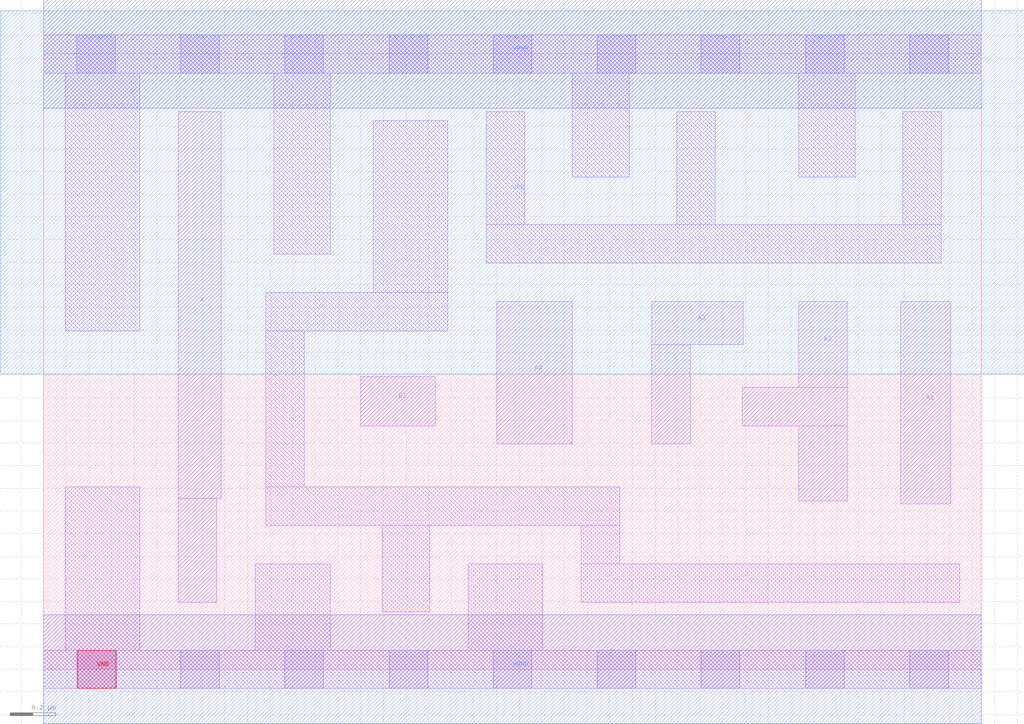
<source format=lef>
# Copyright 2020 The SkyWater PDK Authors
#
# Licensed under the Apache License, Version 2.0 (the "License");
# you may not use this file except in compliance with the License.
# You may obtain a copy of the License at
#
#     https://www.apache.org/licenses/LICENSE-2.0
#
# Unless required by applicable law or agreed to in writing, software
# distributed under the License is distributed on an "AS IS" BASIS,
# WITHOUT WARRANTIES OR CONDITIONS OF ANY KIND, either express or implied.
# See the License for the specific language governing permissions and
# limitations under the License.
#
# SPDX-License-Identifier: Apache-2.0

VERSION 5.7 ;
  NOWIREEXTENSIONATPIN ON ;
  DIVIDERCHAR "/" ;
  BUSBITCHARS "[]" ;
MACRO sky130_fd_sc_hd__a41o_2
  CLASS CORE ;
  FOREIGN sky130_fd_sc_hd__a41o_2 ;
  ORIGIN  0.000000  0.000000 ;
  SIZE  4.140000 BY  2.720000 ;
  SYMMETRY X Y R90 ;
  SITE unithd ;
  PIN A1
    ANTENNAGATEAREA  0.247500 ;
    DIRECTION INPUT ;
    USE SIGNAL ;
    PORT
      LAYER li1 ;
        RECT 3.785000 0.730000 4.005000 1.625000 ;
    END
  END A1
  PIN A2
    ANTENNAGATEAREA  0.247500 ;
    DIRECTION INPUT ;
    USE SIGNAL ;
    PORT
      LAYER li1 ;
        RECT 3.085000 1.075000 3.550000 1.245000 ;
        RECT 3.335000 0.745000 3.550000 1.075000 ;
        RECT 3.335000 1.245000 3.550000 1.625000 ;
    END
  END A2
  PIN A3
    ANTENNAGATEAREA  0.247500 ;
    DIRECTION INPUT ;
    USE SIGNAL ;
    PORT
      LAYER li1 ;
        RECT 2.685000 0.995000 2.855000 1.435000 ;
        RECT 2.685000 1.435000 3.090000 1.625000 ;
    END
  END A3
  PIN A4
    ANTENNAGATEAREA  0.247500 ;
    DIRECTION INPUT ;
    USE SIGNAL ;
    PORT
      LAYER li1 ;
        RECT 2.000000 0.995000 2.335000 1.625000 ;
    END
  END A4
  PIN B1
    ANTENNAGATEAREA  0.247500 ;
    DIRECTION INPUT ;
    USE SIGNAL ;
    PORT
      LAYER li1 ;
        RECT 1.400000 1.075000 1.730000 1.295000 ;
    END
  END B1
  PIN X
    ANTENNADIFFAREA  0.445500 ;
    DIRECTION OUTPUT ;
    USE SIGNAL ;
    PORT
      LAYER li1 ;
        RECT 0.595000 0.295000 0.765000 0.755000 ;
        RECT 0.595000 0.755000 0.785000 2.465000 ;
    END
  END X
  PIN VGND
    DIRECTION INOUT ;
    SHAPE ABUTMENT ;
    USE GROUND ;
    PORT
      LAYER met1 ;
        RECT 0.000000 -0.240000 4.140000 0.240000 ;
    END
  END VGND
  PIN VNB
    DIRECTION INOUT ;
    USE GROUND ;
    PORT
      LAYER pwell ;
        RECT 0.150000 -0.085000 0.320000 0.085000 ;
    END
  END VNB
  PIN VPB
    DIRECTION INOUT ;
    USE POWER ;
    PORT
      LAYER nwell ;
        RECT -0.190000 1.305000 4.330000 2.910000 ;
    END
  END VPB
  PIN VPWR
    DIRECTION INOUT ;
    SHAPE ABUTMENT ;
    USE POWER ;
    PORT
      LAYER met1 ;
        RECT 0.000000 2.480000 4.140000 2.960000 ;
    END
  END VPWR
  OBS
    LAYER li1 ;
      RECT 0.000000 -0.085000 4.140000 0.085000 ;
      RECT 0.000000  2.635000 4.140000 2.805000 ;
      RECT 0.095000  0.085000 0.425000 0.805000 ;
      RECT 0.095000  1.495000 0.425000 2.635000 ;
      RECT 0.935000  0.085000 1.265000 0.465000 ;
      RECT 0.980000  0.635000 2.545000 0.805000 ;
      RECT 0.980000  0.805000 1.150000 1.495000 ;
      RECT 0.980000  1.495000 1.785000 1.665000 ;
      RECT 1.015000  1.835000 1.265000 2.635000 ;
      RECT 1.455000  1.665000 1.785000 2.425000 ;
      RECT 1.495000  0.255000 1.705000 0.635000 ;
      RECT 1.875000  0.085000 2.205000 0.465000 ;
      RECT 1.955000  1.795000 3.965000 1.965000 ;
      RECT 1.955000  1.965000 2.125000 2.465000 ;
      RECT 2.335000  2.175000 2.585000 2.635000 ;
      RECT 2.375000  0.295000 4.045000 0.465000 ;
      RECT 2.375000  0.465000 2.545000 0.635000 ;
      RECT 2.795000  1.965000 2.965000 2.465000 ;
      RECT 3.335000  2.175000 3.585000 2.635000 ;
      RECT 3.795000  1.965000 3.965000 2.465000 ;
    LAYER mcon ;
      RECT 0.145000 -0.085000 0.315000 0.085000 ;
      RECT 0.145000  2.635000 0.315000 2.805000 ;
      RECT 0.605000 -0.085000 0.775000 0.085000 ;
      RECT 0.605000  2.635000 0.775000 2.805000 ;
      RECT 1.065000 -0.085000 1.235000 0.085000 ;
      RECT 1.065000  2.635000 1.235000 2.805000 ;
      RECT 1.525000 -0.085000 1.695000 0.085000 ;
      RECT 1.525000  2.635000 1.695000 2.805000 ;
      RECT 1.985000 -0.085000 2.155000 0.085000 ;
      RECT 1.985000  2.635000 2.155000 2.805000 ;
      RECT 2.445000 -0.085000 2.615000 0.085000 ;
      RECT 2.445000  2.635000 2.615000 2.805000 ;
      RECT 2.905000 -0.085000 3.075000 0.085000 ;
      RECT 2.905000  2.635000 3.075000 2.805000 ;
      RECT 3.365000 -0.085000 3.535000 0.085000 ;
      RECT 3.365000  2.635000 3.535000 2.805000 ;
      RECT 3.825000 -0.085000 3.995000 0.085000 ;
      RECT 3.825000  2.635000 3.995000 2.805000 ;
  END
END sky130_fd_sc_hd__a41o_2
END LIBRARY

</source>
